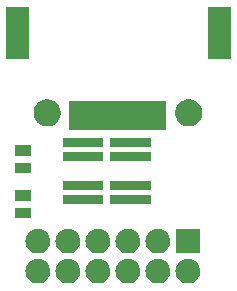
<source format=gts>
G04 #@! TF.GenerationSoftware,KiCad,Pcbnew,(5.0.1)-3*
G04 #@! TF.CreationDate,2018-10-30T18:00:54+11:00*
G04 #@! TF.ProjectId,SoManySwitches-ClientBoard,536F4D616E7953776974636865732D43,rev?*
G04 #@! TF.SameCoordinates,PX8d4855cPY6bf9b94*
G04 #@! TF.FileFunction,Soldermask,Top*
G04 #@! TF.FilePolarity,Negative*
%FSLAX46Y46*%
G04 Gerber Fmt 4.6, Leading zero omitted, Abs format (unit mm)*
G04 Created by KiCad (PCBNEW (5.0.1)-3) date 30/10/2018 6:00:54 PM*
%MOMM*%
%LPD*%
G01*
G04 APERTURE LIST*
%ADD10C,0.100000*%
G04 APERTURE END LIST*
D10*
G36*
X3113207Y2566904D02*
X3190336Y2559307D01*
X3322287Y2519280D01*
X3388263Y2499267D01*
X3570672Y2401767D01*
X3730554Y2270554D01*
X3861767Y2110672D01*
X3959267Y1928263D01*
X3959267Y1928262D01*
X4019307Y1730336D01*
X4039580Y1524500D01*
X4019307Y1318664D01*
X3979280Y1186713D01*
X3959267Y1120737D01*
X3861767Y938328D01*
X3730554Y778446D01*
X3570672Y647233D01*
X3388263Y549733D01*
X3322287Y529720D01*
X3190336Y489693D01*
X3113207Y482096D01*
X3036080Y474500D01*
X2932920Y474500D01*
X2855793Y482096D01*
X2778664Y489693D01*
X2646713Y529720D01*
X2580737Y549733D01*
X2398328Y647233D01*
X2238446Y778446D01*
X2107233Y938328D01*
X2009733Y1120737D01*
X1989720Y1186713D01*
X1949693Y1318664D01*
X1929420Y1524500D01*
X1949693Y1730336D01*
X2009733Y1928262D01*
X2009733Y1928263D01*
X2107233Y2110672D01*
X2238446Y2270554D01*
X2398328Y2401767D01*
X2580737Y2499267D01*
X2646713Y2519280D01*
X2778664Y2559307D01*
X2855793Y2566904D01*
X2932920Y2574500D01*
X3036080Y2574500D01*
X3113207Y2566904D01*
X3113207Y2566904D01*
G37*
G36*
X5653207Y2566904D02*
X5730336Y2559307D01*
X5862287Y2519280D01*
X5928263Y2499267D01*
X6110672Y2401767D01*
X6270554Y2270554D01*
X6401767Y2110672D01*
X6499267Y1928263D01*
X6499267Y1928262D01*
X6559307Y1730336D01*
X6579580Y1524500D01*
X6559307Y1318664D01*
X6519280Y1186713D01*
X6499267Y1120737D01*
X6401767Y938328D01*
X6270554Y778446D01*
X6110672Y647233D01*
X5928263Y549733D01*
X5862287Y529720D01*
X5730336Y489693D01*
X5653207Y482096D01*
X5576080Y474500D01*
X5472920Y474500D01*
X5395793Y482096D01*
X5318664Y489693D01*
X5186713Y529720D01*
X5120737Y549733D01*
X4938328Y647233D01*
X4778446Y778446D01*
X4647233Y938328D01*
X4549733Y1120737D01*
X4529720Y1186713D01*
X4489693Y1318664D01*
X4469420Y1524500D01*
X4489693Y1730336D01*
X4549733Y1928262D01*
X4549733Y1928263D01*
X4647233Y2110672D01*
X4778446Y2270554D01*
X4938328Y2401767D01*
X5120737Y2499267D01*
X5186713Y2519280D01*
X5318664Y2559307D01*
X5395793Y2566904D01*
X5472920Y2574500D01*
X5576080Y2574500D01*
X5653207Y2566904D01*
X5653207Y2566904D01*
G37*
G36*
X8193207Y2566904D02*
X8270336Y2559307D01*
X8402287Y2519280D01*
X8468263Y2499267D01*
X8650672Y2401767D01*
X8810554Y2270554D01*
X8941767Y2110672D01*
X9039267Y1928263D01*
X9039267Y1928262D01*
X9099307Y1730336D01*
X9119580Y1524500D01*
X9099307Y1318664D01*
X9059280Y1186713D01*
X9039267Y1120737D01*
X8941767Y938328D01*
X8810554Y778446D01*
X8650672Y647233D01*
X8468263Y549733D01*
X8402287Y529720D01*
X8270336Y489693D01*
X8193207Y482096D01*
X8116080Y474500D01*
X8012920Y474500D01*
X7935793Y482096D01*
X7858664Y489693D01*
X7726713Y529720D01*
X7660737Y549733D01*
X7478328Y647233D01*
X7318446Y778446D01*
X7187233Y938328D01*
X7089733Y1120737D01*
X7069720Y1186713D01*
X7029693Y1318664D01*
X7009420Y1524500D01*
X7029693Y1730336D01*
X7089733Y1928262D01*
X7089733Y1928263D01*
X7187233Y2110672D01*
X7318446Y2270554D01*
X7478328Y2401767D01*
X7660737Y2499267D01*
X7726713Y2519280D01*
X7858664Y2559307D01*
X7935793Y2566904D01*
X8012920Y2574500D01*
X8116080Y2574500D01*
X8193207Y2566904D01*
X8193207Y2566904D01*
G37*
G36*
X10733207Y2566904D02*
X10810336Y2559307D01*
X10942287Y2519280D01*
X11008263Y2499267D01*
X11190672Y2401767D01*
X11350554Y2270554D01*
X11481767Y2110672D01*
X11579267Y1928263D01*
X11579267Y1928262D01*
X11639307Y1730336D01*
X11659580Y1524500D01*
X11639307Y1318664D01*
X11599280Y1186713D01*
X11579267Y1120737D01*
X11481767Y938328D01*
X11350554Y778446D01*
X11190672Y647233D01*
X11008263Y549733D01*
X10942287Y529720D01*
X10810336Y489693D01*
X10733207Y482096D01*
X10656080Y474500D01*
X10552920Y474500D01*
X10475793Y482096D01*
X10398664Y489693D01*
X10266713Y529720D01*
X10200737Y549733D01*
X10018328Y647233D01*
X9858446Y778446D01*
X9727233Y938328D01*
X9629733Y1120737D01*
X9609720Y1186713D01*
X9569693Y1318664D01*
X9549420Y1524500D01*
X9569693Y1730336D01*
X9629733Y1928262D01*
X9629733Y1928263D01*
X9727233Y2110672D01*
X9858446Y2270554D01*
X10018328Y2401767D01*
X10200737Y2499267D01*
X10266713Y2519280D01*
X10398664Y2559307D01*
X10475793Y2566904D01*
X10552920Y2574500D01*
X10656080Y2574500D01*
X10733207Y2566904D01*
X10733207Y2566904D01*
G37*
G36*
X15813207Y2566904D02*
X15890336Y2559307D01*
X16022287Y2519280D01*
X16088263Y2499267D01*
X16270672Y2401767D01*
X16430554Y2270554D01*
X16561767Y2110672D01*
X16659267Y1928263D01*
X16659267Y1928262D01*
X16719307Y1730336D01*
X16739580Y1524500D01*
X16719307Y1318664D01*
X16679280Y1186713D01*
X16659267Y1120737D01*
X16561767Y938328D01*
X16430554Y778446D01*
X16270672Y647233D01*
X16088263Y549733D01*
X16022287Y529720D01*
X15890336Y489693D01*
X15813207Y482096D01*
X15736080Y474500D01*
X15632920Y474500D01*
X15555793Y482096D01*
X15478664Y489693D01*
X15346713Y529720D01*
X15280737Y549733D01*
X15098328Y647233D01*
X14938446Y778446D01*
X14807233Y938328D01*
X14709733Y1120737D01*
X14689720Y1186713D01*
X14649693Y1318664D01*
X14629420Y1524500D01*
X14649693Y1730336D01*
X14709733Y1928262D01*
X14709733Y1928263D01*
X14807233Y2110672D01*
X14938446Y2270554D01*
X15098328Y2401767D01*
X15280737Y2499267D01*
X15346713Y2519280D01*
X15478664Y2559307D01*
X15555793Y2566904D01*
X15632920Y2574500D01*
X15736080Y2574500D01*
X15813207Y2566904D01*
X15813207Y2566904D01*
G37*
G36*
X13273207Y2566904D02*
X13350336Y2559307D01*
X13482287Y2519280D01*
X13548263Y2499267D01*
X13730672Y2401767D01*
X13890554Y2270554D01*
X14021767Y2110672D01*
X14119267Y1928263D01*
X14119267Y1928262D01*
X14179307Y1730336D01*
X14199580Y1524500D01*
X14179307Y1318664D01*
X14139280Y1186713D01*
X14119267Y1120737D01*
X14021767Y938328D01*
X13890554Y778446D01*
X13730672Y647233D01*
X13548263Y549733D01*
X13482287Y529720D01*
X13350336Y489693D01*
X13273207Y482096D01*
X13196080Y474500D01*
X13092920Y474500D01*
X13015793Y482096D01*
X12938664Y489693D01*
X12806713Y529720D01*
X12740737Y549733D01*
X12558328Y647233D01*
X12398446Y778446D01*
X12267233Y938328D01*
X12169733Y1120737D01*
X12149720Y1186713D01*
X12109693Y1318664D01*
X12089420Y1524500D01*
X12109693Y1730336D01*
X12169733Y1928262D01*
X12169733Y1928263D01*
X12267233Y2110672D01*
X12398446Y2270554D01*
X12558328Y2401767D01*
X12740737Y2499267D01*
X12806713Y2519280D01*
X12938664Y2559307D01*
X13015793Y2566904D01*
X13092920Y2574500D01*
X13196080Y2574500D01*
X13273207Y2566904D01*
X13273207Y2566904D01*
G37*
G36*
X10733207Y5106904D02*
X10810336Y5099307D01*
X10942287Y5059280D01*
X11008263Y5039267D01*
X11190672Y4941767D01*
X11350554Y4810554D01*
X11481767Y4650672D01*
X11579267Y4468263D01*
X11579267Y4468262D01*
X11639307Y4270336D01*
X11659580Y4064500D01*
X11639307Y3858664D01*
X11599280Y3726713D01*
X11579267Y3660737D01*
X11481767Y3478328D01*
X11350554Y3318446D01*
X11190672Y3187233D01*
X11008263Y3089733D01*
X10942287Y3069720D01*
X10810336Y3029693D01*
X10733207Y3022097D01*
X10656080Y3014500D01*
X10552920Y3014500D01*
X10475793Y3022097D01*
X10398664Y3029693D01*
X10266713Y3069720D01*
X10200737Y3089733D01*
X10018328Y3187233D01*
X9858446Y3318446D01*
X9727233Y3478328D01*
X9629733Y3660737D01*
X9609720Y3726713D01*
X9569693Y3858664D01*
X9549420Y4064500D01*
X9569693Y4270336D01*
X9629733Y4468262D01*
X9629733Y4468263D01*
X9727233Y4650672D01*
X9858446Y4810554D01*
X10018328Y4941767D01*
X10200737Y5039267D01*
X10266713Y5059280D01*
X10398664Y5099307D01*
X10475793Y5106904D01*
X10552920Y5114500D01*
X10656080Y5114500D01*
X10733207Y5106904D01*
X10733207Y5106904D01*
G37*
G36*
X3113207Y5106904D02*
X3190336Y5099307D01*
X3322287Y5059280D01*
X3388263Y5039267D01*
X3570672Y4941767D01*
X3730554Y4810554D01*
X3861767Y4650672D01*
X3959267Y4468263D01*
X3959267Y4468262D01*
X4019307Y4270336D01*
X4039580Y4064500D01*
X4019307Y3858664D01*
X3979280Y3726713D01*
X3959267Y3660737D01*
X3861767Y3478328D01*
X3730554Y3318446D01*
X3570672Y3187233D01*
X3388263Y3089733D01*
X3322287Y3069720D01*
X3190336Y3029693D01*
X3113207Y3022097D01*
X3036080Y3014500D01*
X2932920Y3014500D01*
X2855793Y3022097D01*
X2778664Y3029693D01*
X2646713Y3069720D01*
X2580737Y3089733D01*
X2398328Y3187233D01*
X2238446Y3318446D01*
X2107233Y3478328D01*
X2009733Y3660737D01*
X1989720Y3726713D01*
X1949693Y3858664D01*
X1929420Y4064500D01*
X1949693Y4270336D01*
X2009733Y4468262D01*
X2009733Y4468263D01*
X2107233Y4650672D01*
X2238446Y4810554D01*
X2398328Y4941767D01*
X2580737Y5039267D01*
X2646713Y5059280D01*
X2778664Y5099307D01*
X2855793Y5106904D01*
X2932920Y5114500D01*
X3036080Y5114500D01*
X3113207Y5106904D01*
X3113207Y5106904D01*
G37*
G36*
X5653207Y5106904D02*
X5730336Y5099307D01*
X5862287Y5059280D01*
X5928263Y5039267D01*
X6110672Y4941767D01*
X6270554Y4810554D01*
X6401767Y4650672D01*
X6499267Y4468263D01*
X6499267Y4468262D01*
X6559307Y4270336D01*
X6579580Y4064500D01*
X6559307Y3858664D01*
X6519280Y3726713D01*
X6499267Y3660737D01*
X6401767Y3478328D01*
X6270554Y3318446D01*
X6110672Y3187233D01*
X5928263Y3089733D01*
X5862287Y3069720D01*
X5730336Y3029693D01*
X5653207Y3022097D01*
X5576080Y3014500D01*
X5472920Y3014500D01*
X5395793Y3022097D01*
X5318664Y3029693D01*
X5186713Y3069720D01*
X5120737Y3089733D01*
X4938328Y3187233D01*
X4778446Y3318446D01*
X4647233Y3478328D01*
X4549733Y3660737D01*
X4529720Y3726713D01*
X4489693Y3858664D01*
X4469420Y4064500D01*
X4489693Y4270336D01*
X4549733Y4468262D01*
X4549733Y4468263D01*
X4647233Y4650672D01*
X4778446Y4810554D01*
X4938328Y4941767D01*
X5120737Y5039267D01*
X5186713Y5059280D01*
X5318664Y5099307D01*
X5395793Y5106904D01*
X5472920Y5114500D01*
X5576080Y5114500D01*
X5653207Y5106904D01*
X5653207Y5106904D01*
G37*
G36*
X8193207Y5106904D02*
X8270336Y5099307D01*
X8402287Y5059280D01*
X8468263Y5039267D01*
X8650672Y4941767D01*
X8810554Y4810554D01*
X8941767Y4650672D01*
X9039267Y4468263D01*
X9039267Y4468262D01*
X9099307Y4270336D01*
X9119580Y4064500D01*
X9099307Y3858664D01*
X9059280Y3726713D01*
X9039267Y3660737D01*
X8941767Y3478328D01*
X8810554Y3318446D01*
X8650672Y3187233D01*
X8468263Y3089733D01*
X8402287Y3069720D01*
X8270336Y3029693D01*
X8193207Y3022097D01*
X8116080Y3014500D01*
X8012920Y3014500D01*
X7935793Y3022097D01*
X7858664Y3029693D01*
X7726713Y3069720D01*
X7660737Y3089733D01*
X7478328Y3187233D01*
X7318446Y3318446D01*
X7187233Y3478328D01*
X7089733Y3660737D01*
X7069720Y3726713D01*
X7029693Y3858664D01*
X7009420Y4064500D01*
X7029693Y4270336D01*
X7089733Y4468262D01*
X7089733Y4468263D01*
X7187233Y4650672D01*
X7318446Y4810554D01*
X7478328Y4941767D01*
X7660737Y5039267D01*
X7726713Y5059280D01*
X7858664Y5099307D01*
X7935793Y5106904D01*
X8012920Y5114500D01*
X8116080Y5114500D01*
X8193207Y5106904D01*
X8193207Y5106904D01*
G37*
G36*
X13273207Y5106904D02*
X13350336Y5099307D01*
X13482287Y5059280D01*
X13548263Y5039267D01*
X13730672Y4941767D01*
X13890554Y4810554D01*
X14021767Y4650672D01*
X14119267Y4468263D01*
X14119267Y4468262D01*
X14179307Y4270336D01*
X14199580Y4064500D01*
X14179307Y3858664D01*
X14139280Y3726713D01*
X14119267Y3660737D01*
X14021767Y3478328D01*
X13890554Y3318446D01*
X13730672Y3187233D01*
X13548263Y3089733D01*
X13482287Y3069720D01*
X13350336Y3029693D01*
X13273207Y3022097D01*
X13196080Y3014500D01*
X13092920Y3014500D01*
X13015793Y3022097D01*
X12938664Y3029693D01*
X12806713Y3069720D01*
X12740737Y3089733D01*
X12558328Y3187233D01*
X12398446Y3318446D01*
X12267233Y3478328D01*
X12169733Y3660737D01*
X12149720Y3726713D01*
X12109693Y3858664D01*
X12089420Y4064500D01*
X12109693Y4270336D01*
X12169733Y4468262D01*
X12169733Y4468263D01*
X12267233Y4650672D01*
X12398446Y4810554D01*
X12558328Y4941767D01*
X12740737Y5039267D01*
X12806713Y5059280D01*
X12938664Y5099307D01*
X13015793Y5106904D01*
X13092920Y5114500D01*
X13196080Y5114500D01*
X13273207Y5106904D01*
X13273207Y5106904D01*
G37*
G36*
X16734500Y3014500D02*
X14634500Y3014500D01*
X14634500Y5114500D01*
X16734500Y5114500D01*
X16734500Y3014500D01*
X16734500Y3014500D01*
G37*
G36*
X2364500Y5975500D02*
X1064500Y5975500D01*
X1064500Y6875500D01*
X2364500Y6875500D01*
X2364500Y5975500D01*
X2364500Y5975500D01*
G37*
G36*
X8519500Y7191500D02*
X5069500Y7191500D01*
X5069500Y7991500D01*
X8519500Y7991500D01*
X8519500Y7191500D01*
X8519500Y7191500D01*
G37*
G36*
X12519500Y7191500D02*
X9069500Y7191500D01*
X9069500Y7991500D01*
X12519500Y7991500D01*
X12519500Y7191500D01*
X12519500Y7191500D01*
G37*
G36*
X2364500Y7475500D02*
X1064500Y7475500D01*
X1064500Y8375500D01*
X2364500Y8375500D01*
X2364500Y7475500D01*
X2364500Y7475500D01*
G37*
G36*
X8519500Y8391500D02*
X5069500Y8391500D01*
X5069500Y9191500D01*
X8519500Y9191500D01*
X8519500Y8391500D01*
X8519500Y8391500D01*
G37*
G36*
X12519500Y8391500D02*
X9069500Y8391500D01*
X9069500Y9191500D01*
X12519500Y9191500D01*
X12519500Y8391500D01*
X12519500Y8391500D01*
G37*
G36*
X2364500Y9785500D02*
X1064500Y9785500D01*
X1064500Y10685500D01*
X2364500Y10685500D01*
X2364500Y9785500D01*
X2364500Y9785500D01*
G37*
G36*
X12519500Y10810500D02*
X9069500Y10810500D01*
X9069500Y11610500D01*
X12519500Y11610500D01*
X12519500Y10810500D01*
X12519500Y10810500D01*
G37*
G36*
X8519500Y10810500D02*
X5069500Y10810500D01*
X5069500Y11610500D01*
X8519500Y11610500D01*
X8519500Y10810500D01*
X8519500Y10810500D01*
G37*
G36*
X2364500Y11285500D02*
X1064500Y11285500D01*
X1064500Y12185500D01*
X2364500Y12185500D01*
X2364500Y11285500D01*
X2364500Y11285500D01*
G37*
G36*
X12519500Y12010500D02*
X9069500Y12010500D01*
X9069500Y12810500D01*
X12519500Y12810500D01*
X12519500Y12010500D01*
X12519500Y12010500D01*
G37*
G36*
X8519500Y12010500D02*
X5069500Y12010500D01*
X5069500Y12810500D01*
X8519500Y12810500D01*
X8519500Y12010500D01*
X8519500Y12010500D01*
G37*
G36*
X13789500Y13430500D02*
X5649500Y13430500D01*
X5649500Y15930500D01*
X13789500Y15930500D01*
X13789500Y13430500D01*
X13789500Y13430500D01*
G37*
G36*
X4094943Y16026306D02*
X4304228Y15939617D01*
X4492585Y15813761D01*
X4652761Y15653585D01*
X4778617Y15465228D01*
X4865306Y15255943D01*
X4909500Y15033766D01*
X4909500Y14807234D01*
X4865306Y14585057D01*
X4778617Y14375772D01*
X4652761Y14187415D01*
X4492585Y14027239D01*
X4304228Y13901383D01*
X4094943Y13814694D01*
X3872766Y13770500D01*
X3646234Y13770500D01*
X3424057Y13814694D01*
X3214772Y13901383D01*
X3026415Y14027239D01*
X2866239Y14187415D01*
X2740383Y14375772D01*
X2653694Y14585057D01*
X2609500Y14807234D01*
X2609500Y15033766D01*
X2653694Y15255943D01*
X2740383Y15465228D01*
X2866239Y15653585D01*
X3026415Y15813761D01*
X3214772Y15939617D01*
X3424057Y16026306D01*
X3646234Y16070500D01*
X3872766Y16070500D01*
X4094943Y16026306D01*
X4094943Y16026306D01*
G37*
G36*
X16084943Y16026306D02*
X16294228Y15939617D01*
X16482585Y15813761D01*
X16642761Y15653585D01*
X16768617Y15465228D01*
X16855306Y15255943D01*
X16899500Y15033766D01*
X16899500Y14807234D01*
X16855306Y14585057D01*
X16768617Y14375772D01*
X16642761Y14187415D01*
X16482585Y14027239D01*
X16294228Y13901383D01*
X16084943Y13814694D01*
X15862766Y13770500D01*
X15636234Y13770500D01*
X15414057Y13814694D01*
X15204772Y13901383D01*
X15016415Y14027239D01*
X14856239Y14187415D01*
X14730383Y14375772D01*
X14643694Y14585057D01*
X14599500Y14807234D01*
X14599500Y15033766D01*
X14643694Y15255943D01*
X14730383Y15465228D01*
X14856239Y15653585D01*
X15016415Y15813761D01*
X15204772Y15939617D01*
X15414057Y16026306D01*
X15636234Y16070500D01*
X15862766Y16070500D01*
X16084943Y16026306D01*
X16084943Y16026306D01*
G37*
G36*
X19299500Y19460500D02*
X17399500Y19460500D01*
X17399500Y23860500D01*
X19299500Y23860500D01*
X19299500Y19460500D01*
X19299500Y19460500D01*
G37*
G36*
X2199500Y19460500D02*
X299500Y19460500D01*
X299500Y23860500D01*
X2199500Y23860500D01*
X2199500Y19460500D01*
X2199500Y19460500D01*
G37*
M02*

</source>
